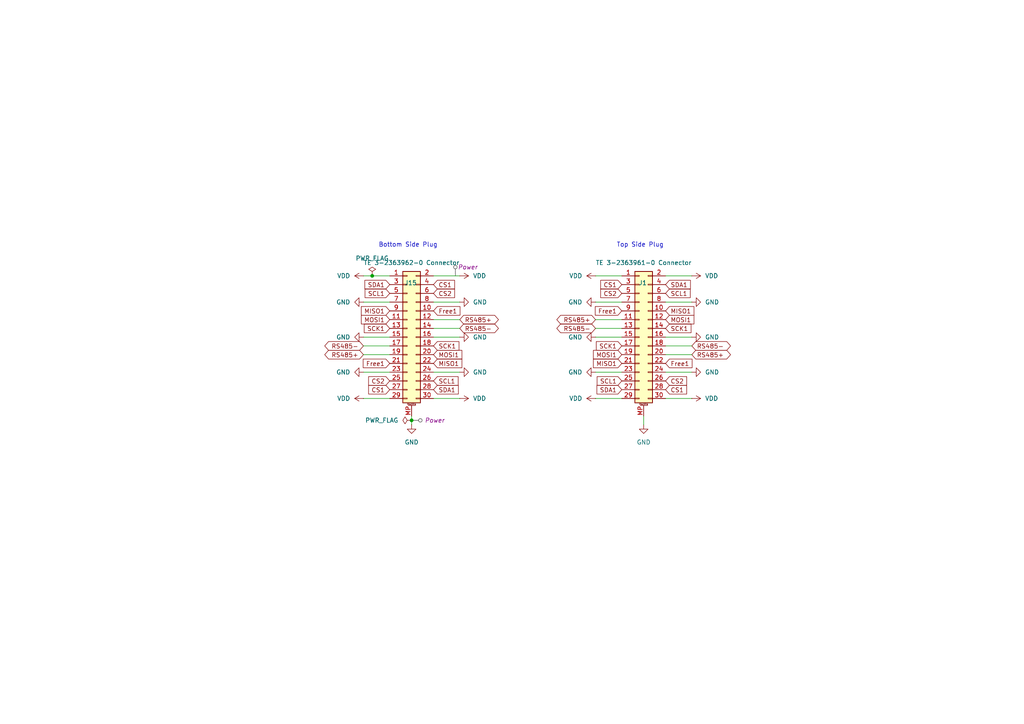
<source format=kicad_sch>
(kicad_sch (version 20231120) (generator "eeschema") (generator_version "8.0")
  (paper "A4")
  (title_block (title "2.4mm sensor board spacer") (date "2024-12-27") (rev "V1") (comment 1 "Author: Asher Edwards"))
  (lib_symbols
    (symbol "Connector_Generic_MountingPin:Conn_02x15_Odd_Even_MountingPin" (pin_names (offset 1.016) hide)
      (property "Reference" "J" (at 1.27 20.32 0))
      (property "Value" "Conn_02x15_Odd_Even_MountingPin" (at 2.54 -20.32 0))
      (symbol "Conn_02x15_Odd_Even_MountingPin_1_1"
        (rectangle (start -1.27 -17.653) (end 0 -17.907) (stroke (width 0.1524)))
        (rectangle (start -1.27 -15.113) (end 0 -15.367) (stroke (width 0.1524)))
        (rectangle (start -1.27 -12.573) (end 0 -12.827) (stroke (width 0.1524)))
        (rectangle (start -1.27 -10.033) (end 0 -10.287) (stroke (width 0.1524)))
        (rectangle (start -1.27 -7.493) (end 0 -7.747) (stroke (width 0.1524)))
        (rectangle (start -1.27 -4.953) (end 0 -5.207) (stroke (width 0.1524)))
        (rectangle (start -1.27 -2.413) (end 0 -2.667) (stroke (width 0.1524)))
        (rectangle (start -1.27 0.127) (end 0 -0.127) (stroke (width 0.1524)))
        (rectangle (start -1.27 2.667) (end 0 2.413) (stroke (width 0.1524)))
        (rectangle (start -1.27 5.207) (end 0 4.953) (stroke (width 0.1524)))
        (rectangle (start -1.27 7.747) (end 0 7.493) (stroke (width 0.1524)))
        (rectangle (start -1.27 10.287) (end 0 10.033) (stroke (width 0.1524)))
        (rectangle (start -1.27 12.827) (end 0 12.573) (stroke (width 0.1524)))
        (rectangle (start -1.27 15.367) (end 0 15.113) (stroke (width 0.1524)))
        (rectangle (start -1.27 17.907) (end 0 17.653) (stroke (width 0.1524)))
        (rectangle (start -1.27 19.05) (end 3.81 -19.05) (stroke (width 0.254)) (fill (type background)))
        (polyline (pts (xy 0.254 -19.812) (xy 2.286 -19.812)) (stroke (width 0.1524)))
        (rectangle (start 3.81 -17.653) (end 2.54 -17.907) (stroke (width 0.1524)))
        (rectangle (start 3.81 -15.113) (end 2.54 -15.367) (stroke (width 0.1524)))
        (rectangle (start 3.81 -12.573) (end 2.54 -12.827) (stroke (width 0.1524)))
        (rectangle (start 3.81 -10.033) (end 2.54 -10.287) (stroke (width 0.1524)))
        (rectangle (start 3.81 -7.493) (end 2.54 -7.747) (stroke (width 0.1524)))
        (rectangle (start 3.81 -4.953) (end 2.54 -5.207) (stroke (width 0.1524)))
        (rectangle (start 3.81 -2.413) (end 2.54 -2.667) (stroke (width 0.1524)))
        (rectangle (start 3.81 0.127) (end 2.54 -0.127) (stroke (width 0.1524)))
        (rectangle (start 3.81 2.667) (end 2.54 2.413) (stroke (width 0.1524)))
        (rectangle (start 3.81 5.207) (end 2.54 4.953) (stroke (width 0.1524)))
        (rectangle (start 3.81 7.747) (end 2.54 7.493) (stroke (width 0.1524)))
        (rectangle (start 3.81 10.287) (end 2.54 10.033) (stroke (width 0.1524)))
        (rectangle (start 3.81 12.827) (end 2.54 12.573) (stroke (width 0.1524)))
        (rectangle (start 3.81 15.367) (end 2.54 15.113) (stroke (width 0.1524)))
        (rectangle (start 3.81 17.907) (end 2.54 17.653) (stroke (width 0.1524)))
        (text "Mounting" (at 1.27 -19.431 0) (effects (font (size 0.381 0.381))))
        (pin passive line (at -5.08 17.78 0) (length 3.81) (name "Pin_1") (number "1"))
        (pin passive line (at 7.62 7.62 180) (length 3.81) (name "Pin_10") (number "10"))
        (pin passive line (at -5.08 5.08 0) (length 3.81) (name "Pin_11") (number "11"))
        (pin passive line (at 7.62 5.08 180) (length 3.81) (name "Pin_12") (number "12"))
        (pin passive line (at -5.08 2.54 0) (length 3.81) (name "Pin_13") (number "13"))
        (pin passive line (at 7.62 2.54 180) (length 3.81) (name "Pin_14") (number "14"))
        (pin passive line (at -5.08 0 0) (length 3.81) (name "Pin_15") (number "15"))
        (pin passive line (at 7.62 0 180) (length 3.81) (name "Pin_16") (number "16"))
        (pin passive line (at -5.08 -2.54 0) (length 3.81) (name "Pin_17") (number "17"))
        (pin passive line (at 7.62 -2.54 180) (length 3.81) (name "Pin_18") (number "18"))
        (pin passive line (at -5.08 -5.08 0) (length 3.81) (name "Pin_19") (number "19"))
        (pin passive line (at 7.62 17.78 180) (length 3.81) (name "Pin_2") (number "2"))
        (pin passive line (at 7.62 -5.08 180) (length 3.81) (name "Pin_20") (number "20"))
        (pin passive line (at -5.08 -7.62 0) (length 3.81) (name "Pin_21") (number "21"))
        (pin passive line (at 7.62 -7.62 180) (length 3.81) (name "Pin_22") (number "22"))
        (pin passive line (at -5.08 -10.16 0) (length 3.81) (name "Pin_23") (number "23"))
        (pin passive line (at 7.62 -10.16 180) (length 3.81) (name "Pin_24") (number "24"))
        (pin passive line (at -5.08 -12.7 0) (length 3.81) (name "Pin_25") (number "25"))
        (pin passive line (at 7.62 -12.7 180) (length 3.81) (name "Pin_26") (number "26"))
        (pin passive line (at -5.08 -15.24 0) (length 3.81) (name "Pin_27") (number "27"))
        (pin passive line (at 7.62 -15.24 180) (length 3.81) (name "Pin_28") (number "28"))
        (pin passive line (at -5.08 -17.78 0) (length 3.81) (name "Pin_29") (number "29"))
        (pin passive line (at -5.08 15.24 0) (length 3.81) (name "Pin_3") (number "3"))
        (pin passive line (at 7.62 -17.78 180) (length 3.81) (name "Pin_30") (number "30"))
        (pin passive line (at 7.62 15.24 180) (length 3.81) (name "Pin_4") (number "4"))
        (pin passive line (at -5.08 12.7 0) (length 3.81) (name "Pin_5") (number "5"))
        (pin passive line (at 7.62 12.7 180) (length 3.81) (name "Pin_6") (number "6"))
        (pin passive line (at -5.08 10.16 0) (length 3.81) (name "Pin_7") (number "7"))
        (pin passive line (at 7.62 10.16 180) (length 3.81) (name "Pin_8") (number "8"))
        (pin passive line (at -5.08 7.62 0) (length 3.81) (name "Pin_9") (number "9"))
        (pin passive line (at 1.27 -22.86 90) (length 3.048) (name "MountPin") (number "MP"))
      )
    )
    (symbol "power:GND" (power) (pin_numbers hide) (pin_names (offset 0) hide)
      (property "Value" "GND" (at 0 -3.81 0))
      (symbol "GND_0_1"
        (polyline (pts (xy 0 0) (xy 0 -1.27) (xy 1.27 -1.27) (xy 0 -2.54) (xy -1.27 -1.27) (xy 0 -1.27)))
      )
      (symbol "GND_1_1"
        (pin power_in line (at 0 0 270) (length 0) (name "~") (number "1"))
      )
    )
    (symbol "power:PWR_FLAG" (power) (pin_numbers hide) (pin_names (offset 0) hide)
      (property "Value" "PWR_FLAG" (at 0 3.81 0))
      (symbol "PWR_FLAG_0_0"
        (pin power_out line (at 0 0 90) (length 0) (name "~") (number "1"))
      )
      (symbol "PWR_FLAG_0_1"
        (polyline (pts (xy 0 0) (xy 0 1.27) (xy -1.016 1.905) (xy 0 2.54) (xy 1.016 1.905) (xy 0 1.27)))
      )
    )
    (symbol "power:VDD" (power) (pin_numbers hide) (pin_names (offset 0) hide)
      (property "Value" "VDD" (at 0 3.556 0))
      (symbol "VDD_0_1"
        (polyline (pts (xy -0.762 1.27) (xy 0 2.54)))
        (polyline (pts (xy 0 0) (xy 0 2.54)))
        (polyline (pts (xy 0 2.54) (xy 0.762 1.27)))
      )
      (symbol "VDD_1_1"
        (pin power_in line (at 0 0 90) (length 0) (name "~") (number "1"))
      )
    )
  )
  (junction (at 107.95 80.01))
  (junction (at 119.38 121.92))
  (wire (pts (xy 105.41 107.95) (xy 113.03 107.95)))
  (wire (pts (xy 172.72 95.25) (xy 180.34 95.25)))
  (wire (pts (xy 133.35 115.57) (xy 125.73 115.57)))
  (wire (pts (xy 107.95 80.01) (xy 113.03 80.01)))
  (wire (pts (xy 172.72 80.01) (xy 180.34 80.01)))
  (wire (pts (xy 200.66 100.33) (xy 193.04 100.33)))
  (wire (pts (xy 119.38 123.19) (xy 119.38 121.92)))
  (wire (pts (xy 200.66 80.01) (xy 193.04 80.01)))
  (wire (pts (xy 172.72 92.71) (xy 180.34 92.71)))
  (wire (pts (xy 105.41 115.57) (xy 113.03 115.57)))
  (wire (pts (xy 200.66 115.57) (xy 193.04 115.57)))
  (wire (pts (xy 172.72 87.63) (xy 180.34 87.63)))
  (wire (pts (xy 133.35 95.25) (xy 125.73 95.25)))
  (wire (pts (xy 133.35 97.79) (xy 125.73 97.79)))
  (wire (pts (xy 133.35 92.71) (xy 125.73 92.71)))
  (wire (pts (xy 105.41 80.01) (xy 107.95 80.01)))
  (wire (pts (xy 119.38 121.92) (xy 119.38 120.65)))
  (wire (pts (xy 200.66 87.63) (xy 193.04 87.63)))
  (wire (pts (xy 105.41 102.87) (xy 113.03 102.87)))
  (wire (pts (xy 172.72 115.57) (xy 180.34 115.57)))
  (wire (pts (xy 105.41 87.63) (xy 113.03 87.63)))
  (wire (pts (xy 186.69 120.65) (xy 186.69 123.19)))
  (wire (pts (xy 105.41 100.33) (xy 113.03 100.33)))
  (wire (pts (xy 172.72 107.95) (xy 180.34 107.95)))
  (wire (pts (xy 133.35 107.95) (xy 125.73 107.95)))
  (wire (pts (xy 133.35 80.01) (xy 125.73 80.01)))
  (wire (pts (xy 172.72 97.79) (xy 180.34 97.79)))
  (wire (pts (xy 200.66 102.87) (xy 193.04 102.87)))
  (wire (pts (xy 200.66 107.95) (xy 193.04 107.95)))
  (wire (pts (xy 105.41 97.79) (xy 113.03 97.79)))
  (wire (pts (xy 200.66 97.79) (xy 193.04 97.79)))
  (wire (pts (xy 133.35 87.63) (xy 125.73 87.63)))
  (text "Bottom Side Plug" (at 118.364 71.12 0) (effects (font (size 1.27 1.27))))
  (text "Top Side Plug" (at 185.674 71.12 0) (effects (font (size 1.27 1.27))))
  (global_label "SCL1" (shape input) (at 125.73 110.49 0) (property "Intersheetrefs" "${INTERSHEET_REFS}" (effects (hide yes))))
  (global_label "RS485+" (shape bidirectional) (at 105.41 102.87 180) (property "Intersheetrefs" "${INTERSHEET_REFS}" (effects (hide yes))))
  (global_label "SCL1" (shape input) (at 113.03 85.09 180) (property "Intersheetrefs" "${INTERSHEET_REFS}" (effects (hide yes))))
  (global_label "CS1" (shape input) (at 180.34 82.55 180) (property "Intersheetrefs" "${INTERSHEET_REFS}" (effects (hide yes))))
  (global_label "SCK1" (shape input) (at 125.73 100.33 0) (property "Intersheetrefs" "${INTERSHEET_REFS}" (effects (hide yes))))
  (global_label "SDA1" (shape input) (at 180.34 113.03 180) (property "Intersheetrefs" "${INTERSHEET_REFS}" (effects (hide yes))))
  (global_label "CS1" (shape input) (at 193.04 113.03 0) (property "Intersheetrefs" "${INTERSHEET_REFS}" (effects (hide yes))))
  (global_label "MOSI1" (shape input) (at 180.34 102.87 180) (property "Intersheetrefs" "${INTERSHEET_REFS}" (effects (hide yes))))
  (global_label "CS1" (shape input) (at 125.73 82.55 0) (property "Intersheetrefs" "${INTERSHEET_REFS}" (effects (hide yes))))
  (global_label "RS485-" (shape bidirectional) (at 172.72 95.25 180) (property "Intersheetrefs" "${INTERSHEET_REFS}" (effects (hide yes))))
  (global_label "CS2" (shape input) (at 125.73 85.09 0) (property "Intersheetrefs" "${INTERSHEET_REFS}" (effects (hide yes))))
  (global_label "Free1" (shape input) (at 180.34 90.17 180) (property "Intersheetrefs" "${INTERSHEET_REFS}" (effects (hide yes))))
  (global_label "CS1" (shape input) (at 113.03 113.03 180) (property "Intersheetrefs" "${INTERSHEET_REFS}" (effects (hide yes))))
  (global_label "MISO1" (shape input) (at 193.04 90.17 0) (property "Intersheetrefs" "${INTERSHEET_REFS}" (effects (hide yes))))
  (global_label "MOSI1" (shape input) (at 113.03 92.71 180) (property "Intersheetrefs" "${INTERSHEET_REFS}" (effects (hide yes))))
  (global_label "RS485-" (shape bidirectional) (at 105.41 100.33 180) (property "Intersheetrefs" "${INTERSHEET_REFS}" (effects (hide yes))))
  (global_label "SCK1" (shape input) (at 113.03 95.25 180) (property "Intersheetrefs" "${INTERSHEET_REFS}" (effects (hide yes))))
  (global_label "MOSI1" (shape input) (at 125.73 102.87 0) (property "Intersheetrefs" "${INTERSHEET_REFS}" (effects (hide yes))))
  (global_label "Free1" (shape input) (at 113.03 105.41 180) (property "Intersheetrefs" "${INTERSHEET_REFS}" (effects (hide yes))))
  (global_label "RS485-" (shape bidirectional) (at 200.66 100.33 0) (property "Intersheetrefs" "${INTERSHEET_REFS}" (effects (hide yes))))
  (global_label "SDA1" (shape input) (at 125.73 113.03 0) (property "Intersheetrefs" "${INTERSHEET_REFS}" (effects (hide yes))))
  (global_label "CS2" (shape input) (at 113.03 110.49 180) (property "Intersheetrefs" "${INTERSHEET_REFS}" (effects (hide yes))))
  (global_label "MISO1" (shape input) (at 113.03 90.17 180) (property "Intersheetrefs" "${INTERSHEET_REFS}" (effects (hide yes))))
  (global_label "MISO1" (shape input) (at 125.73 105.41 0) (property "Intersheetrefs" "${INTERSHEET_REFS}" (effects (hide yes))))
  (global_label "MISO1" (shape input) (at 180.34 105.41 180) (property "Intersheetrefs" "${INTERSHEET_REFS}" (effects (hide yes))))
  (global_label "SDA1" (shape input) (at 113.03 82.55 180) (property "Intersheetrefs" "${INTERSHEET_REFS}" (effects (hide yes))))
  (global_label "Free1" (shape input) (at 125.73 90.17 0) (property "Intersheetrefs" "${INTERSHEET_REFS}" (effects (hide yes))))
  (global_label "SCK1" (shape input) (at 180.34 100.33 180) (property "Intersheetrefs" "${INTERSHEET_REFS}" (effects (hide yes))))
  (global_label "RS485+" (shape bidirectional) (at 133.35 92.71 0) (property "Intersheetrefs" "${INTERSHEET_REFS}" (effects (hide yes))))
  (global_label "MOSI1" (shape input) (at 193.04 92.71 0) (property "Intersheetrefs" "${INTERSHEET_REFS}" (effects (hide yes))))
  (global_label "RS485+" (shape bidirectional) (at 172.72 92.71 180) (property "Intersheetrefs" "${INTERSHEET_REFS}" (effects (hide yes))))
  (global_label "CS2" (shape input) (at 193.04 110.49 0) (property "Intersheetrefs" "${INTERSHEET_REFS}" (effects (hide yes))))
  (global_label "SDA1" (shape input) (at 193.04 82.55 0) (property "Intersheetrefs" "${INTERSHEET_REFS}" (effects (hide yes))))
  (global_label "SCK1" (shape input) (at 193.04 95.25 0) (property "Intersheetrefs" "${INTERSHEET_REFS}" (effects (hide yes))))
  (global_label "CS2" (shape input) (at 180.34 85.09 180) (property "Intersheetrefs" "${INTERSHEET_REFS}" (effects (hide yes))))
  (global_label "RS485+" (shape bidirectional) (at 200.66 102.87 0) (property "Intersheetrefs" "${INTERSHEET_REFS}" (effects (hide yes))))
  (global_label "RS485-" (shape bidirectional) (at 133.35 95.25 0) (property "Intersheetrefs" "${INTERSHEET_REFS}" (effects (hide yes))))
  (global_label "Free1" (shape input) (at 193.04 105.41 0) (property "Intersheetrefs" "${INTERSHEET_REFS}" (effects (hide yes))))
  (global_label "SCL1" (shape input) (at 180.34 110.49 180) (property "Intersheetrefs" "${INTERSHEET_REFS}" (effects (hide yes))))
  (global_label "SCL1" (shape input) (at 193.04 85.09 0) (property "Intersheetrefs" "${INTERSHEET_REFS}" (effects (hide yes))))
  (netclass_flag "" (length 2.54) (shape round) (at 132.08 80.01 0) (property "Netclass" "Power" (at 132.7785 77.47 0) (effects (font (italic yes)) (justify left))))
  (netclass_flag "" (length 2.54) (shape round) (at 119.38 121.92 270) (property "Netclass" "Power" (at 123.19 121.92 0) (effects (font (italic yes)) (justify left))))
  (symbol (lib_id "power:GND") (at 133.35 87.63 90) (mirror x) (unit 1)
    (property "Reference" "#PWR039" (effects (hide yes)))
    (property "Value" "GND" (at 137.16 87.6299 90) (effects (justify right)))
    (property "Description" "Power symbol creates a global label with name \"GND\" , ground" (effects (hide yes)))
  )
  (symbol (lib_id "power:GND") (at 172.72 97.79 270) (unit 1)
    (property "Reference" "#PWR05" (effects (hide yes)))
    (property "Value" "GND" (at 168.91 97.7899 90) (effects (justify right)))
    (property "Description" "Power symbol creates a global label with name \"GND\" , ground" (effects (hide yes)))
  )
  (symbol (lib_id "power:GND") (at 105.41 107.95 270) (mirror x) (unit 1)
    (property "Reference" "#PWR047" (effects (hide yes)))
    (property "Value" "GND" (at 101.6 107.9501 90) (effects (justify right)))
    (property "Description" "Power symbol creates a global label with name \"GND\" , ground" (effects (hide yes)))
  )
  (symbol (lib_id "power:GND") (at 200.66 87.63 90) (unit 1)
    (property "Reference" "#PWR08" (effects (hide yes)))
    (property "Value" "GND" (at 204.47 87.6301 90) (effects (justify right)))
    (property "Description" "Power symbol creates a global label with name \"GND\" , ground" (effects (hide yes)))
  )
  (symbol (lib_id "power:GND") (at 133.35 97.79 90) (mirror x) (unit 1)
    (property "Reference" "#PWR044" (effects (hide yes)))
    (property "Value" "GND" (at 137.16 97.7899 90) (effects (justify right)))
    (property "Description" "Power symbol creates a global label with name \"GND\" , ground" (effects (hide yes)))
  )
  (symbol (lib_id "power:PWR_FLAG") (at 119.38 121.92 90) (unit 1)
    (property "Reference" "#FLG01" (effects (hide yes)))
    (property "Value" "PWR_FLAG" (at 115.57 121.9199 90) (effects (justify left)))
    (property "Description" "Special symbol for telling ERC where power comes from" (effects (hide yes)))
  )
  (symbol (lib_id "power:VDD") (at 133.35 80.01 270) (mirror x) (unit 1)
    (property "Reference" "#PWR034" (effects (hide yes)))
    (property "Value" "VDD" (at 137.16 80.0099 90) (effects (justify left)))
    (property "Description" "Power symbol creates a global label with name \"VDD\"" (effects (hide yes)))
  )
  (symbol (lib_id "power:GND") (at 186.69 123.19 0) (unit 1)
    (property "Reference" "#PWR011" (effects (hide yes)))
    (property "Value" "GND" (at 186.69 128.27 0))
    (property "Description" "Power symbol creates a global label with name \"GND\" , ground" (effects (hide yes)))
  )
  (symbol (lib_id "power:GND") (at 119.38 123.19 0) (unit 1)
    (property "Reference" "#PWR055" (effects (hide yes)))
    (property "Value" "GND" (at 119.38 128.27 0))
    (property "Description" "Power symbol creates a global label with name \"GND\" , ground" (effects (hide yes)))
  )
  (symbol (lib_id "Connector_Generic_MountingPin:Conn_02x15_Odd_Even_MountingPin") (at 118.11 97.79 0) (unit 1)
    (property "Reference" "J15" (at 119.126 82.042 0))
    (property "Value" "TE 3-2363962-0 Connector" (at 119.38 76.2 0))
    (property "Footprint" "custom_testpoints:TE_mezzanine_conn_3-2363962-0" (effects (hide yes)))
    (property "Description" "Generic connectable mounting pin connector, double row, 02x15, odd/even pin numbering scheme (row 1 odd numbers, row 2 even numbers), script generated (kicad-library-utils/schlib/autogen/connector/)" (effects (hide yes)))
  )
  (symbol (lib_id "power:GND") (at 105.41 97.79 270) (mirror x) (unit 1)
    (property "Reference" "#PWR043" (effects (hide yes)))
    (property "Value" "GND" (at 101.6 97.7901 90) (effects (justify right)))
    (property "Description" "Power symbol creates a global label with name \"GND\" , ground" (effects (hide yes)))
  )
  (symbol (lib_id "power:PWR_FLAG") (at 107.95 80.01 0) (unit 1)
    (property "Reference" "#FLG02" (effects (hide yes)))
    (property "Value" "PWR_FLAG" (at 107.95 74.93 0))
    (property "Description" "Special symbol for telling ERC where power comes from" (effects (hide yes)))
  )
  (symbol (lib_id "power:GND") (at 200.66 107.95 90) (unit 1)
    (property "Reference" "#PWR04" (effects (hide yes)))
    (property "Value" "GND" (at 204.47 107.9501 90) (effects (justify right)))
    (property "Description" "Power symbol creates a global label with name \"GND\" , ground" (effects (hide yes)))
  )
  (symbol (lib_id "power:VDD") (at 105.41 80.01 90) (mirror x) (unit 1)
    (property "Reference" "#PWR033" (effects (hide yes)))
    (property "Value" "VDD" (at 101.6 80.0101 90) (effects (justify left)))
    (property "Description" "Power symbol creates a global label with name \"VDD\"" (effects (hide yes)))
  )
  (symbol (lib_id "power:GND") (at 172.72 107.95 270) (unit 1)
    (property "Reference" "#PWR03" (effects (hide yes)))
    (property "Value" "GND" (at 168.91 107.9499 90) (effects (justify right)))
    (property "Description" "Power symbol creates a global label with name \"GND\" , ground" (effects (hide yes)))
  )
  (symbol (lib_id "power:GND") (at 200.66 97.79 90) (unit 1)
    (property "Reference" "#PWR06" (effects (hide yes)))
    (property "Value" "GND" (at 204.47 97.7901 90) (effects (justify right)))
    (property "Description" "Power symbol creates a global label with name \"GND\" , ground" (effects (hide yes)))
  )
  (symbol (lib_id "power:VDD") (at 200.66 80.01 270) (unit 1)
    (property "Reference" "#PWR010" (effects (hide yes)))
    (property "Value" "VDD" (at 204.47 80.0101 90) (effects (justify left)))
    (property "Description" "Power symbol creates a global label with name \"VDD\"" (effects (hide yes)))
  )
  (symbol (lib_id "power:GND") (at 105.41 87.63 270) (mirror x) (unit 1)
    (property "Reference" "#PWR038" (effects (hide yes)))
    (property "Value" "GND" (at 101.6 87.6301 90) (effects (justify right)))
    (property "Description" "Power symbol creates a global label with name \"GND\" , ground" (effects (hide yes)))
  )
  (symbol (lib_id "power:VDD") (at 172.72 115.57 90) (unit 1)
    (property "Reference" "#PWR01" (effects (hide yes)))
    (property "Value" "VDD" (at 168.91 115.5699 90) (effects (justify left)))
    (property "Description" "Power symbol creates a global label with name \"VDD\"" (effects (hide yes)))
  )
  (symbol (lib_id "power:VDD") (at 200.66 115.57 270) (unit 1)
    (property "Reference" "#PWR02" (effects (hide yes)))
    (property "Value" "VDD" (at 204.47 115.5701 90) (effects (justify left)))
    (property "Description" "Power symbol creates a global label with name \"VDD\"" (effects (hide yes)))
  )
  (symbol (lib_id "power:VDD") (at 105.41 115.57 90) (mirror x) (unit 1)
    (property "Reference" "#PWR051" (effects (hide yes)))
    (property "Value" "VDD" (at 101.6 115.5701 90) (effects (justify left)))
    (property "Description" "Power symbol creates a global label with name \"VDD\"" (effects (hide yes)))
  )
  (symbol (lib_id "power:GND") (at 172.72 87.63 270) (unit 1)
    (property "Reference" "#PWR07" (effects (hide yes)))
    (property "Value" "GND" (at 168.91 87.6299 90) (effects (justify right)))
    (property "Description" "Power symbol creates a global label with name \"GND\" , ground" (effects (hide yes)))
  )
  (symbol (lib_id "power:GND") (at 133.35 107.95 90) (mirror x) (unit 1)
    (property "Reference" "#PWR048" (effects (hide yes)))
    (property "Value" "GND" (at 137.16 107.9499 90) (effects (justify right)))
    (property "Description" "Power symbol creates a global label with name \"GND\" , ground" (effects (hide yes)))
  )
  (symbol (lib_id "power:VDD") (at 172.72 80.01 90) (unit 1)
    (property "Reference" "#PWR09" (effects (hide yes)))
    (property "Value" "VDD" (at 168.91 80.0099 90) (effects (justify left)))
    (property "Description" "Power symbol creates a global label with name \"VDD\"" (effects (hide yes)))
  )
  (symbol (lib_id "power:VDD") (at 133.35 115.57 270) (mirror x) (unit 1)
    (property "Reference" "#PWR052" (effects (hide yes)))
    (property "Value" "VDD" (at 137.16 115.5699 90) (effects (justify left)))
    (property "Description" "Power symbol creates a global label with name \"VDD\"" (effects (hide yes)))
  )
  (symbol (lib_id "Connector_Generic_MountingPin:Conn_02x15_Odd_Even_MountingPin") (at 185.42 97.79 0) (unit 1)
    (property "Reference" "J1" (at 186.436 82.042 0))
    (property "Value" "TE 3-2363961-0 Connector" (at 186.69 76.2 0))
    (property "Footprint" "custom_testpoints:TE_mezzanine_rec_3-2363961-0" (effects (hide yes)))
    (property "Description" "Generic connectable mounting pin connector, double row, 02x15, odd/even pin numbering scheme (row 1 odd numbers, row 2 even numbers), script generated (kicad-library-utils/schlib/autogen/connector/)" (effects (hide yes)))
  )
)
</source>
